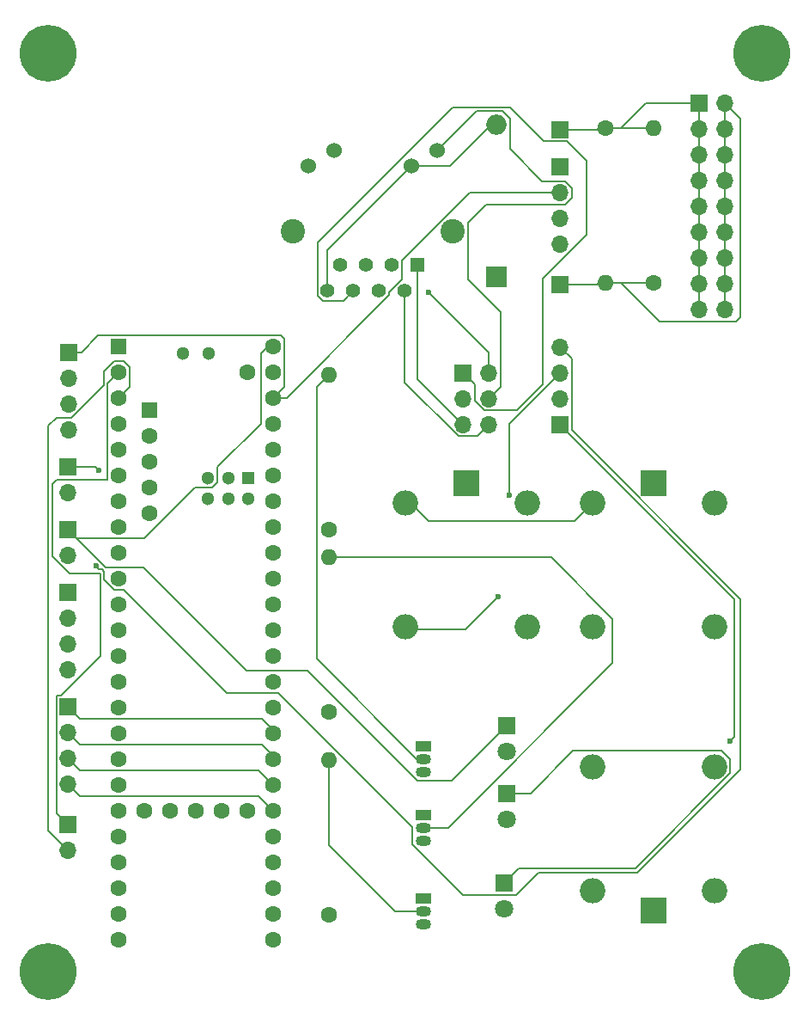
<source format=gtl>
%TF.GenerationSoftware,KiCad,Pcbnew,8.0.1*%
%TF.CreationDate,2024-05-05T15:44:52-04:00*%
%TF.ProjectId,Main,4d61696e-2e6b-4696-9361-645f70636258,0*%
%TF.SameCoordinates,Original*%
%TF.FileFunction,Copper,L1,Top*%
%TF.FilePolarity,Positive*%
%FSLAX46Y46*%
G04 Gerber Fmt 4.6, Leading zero omitted, Abs format (unit mm)*
G04 Created by KiCad (PCBNEW 8.0.1) date 2024-05-05 15:44:52*
%MOMM*%
%LPD*%
G01*
G04 APERTURE LIST*
%TA.AperFunction,ComponentPad*%
%ADD10R,1.700000X1.700000*%
%TD*%
%TA.AperFunction,ComponentPad*%
%ADD11O,1.700000X1.700000*%
%TD*%
%TA.AperFunction,ComponentPad*%
%ADD12C,1.600000*%
%TD*%
%TA.AperFunction,ComponentPad*%
%ADD13O,1.600000X1.600000*%
%TD*%
%TA.AperFunction,ComponentPad*%
%ADD14R,1.500000X1.050000*%
%TD*%
%TA.AperFunction,ComponentPad*%
%ADD15O,1.500000X1.050000*%
%TD*%
%TA.AperFunction,ComponentPad*%
%ADD16C,5.600000*%
%TD*%
%TA.AperFunction,ComponentPad*%
%ADD17R,1.800000X1.800000*%
%TD*%
%TA.AperFunction,ComponentPad*%
%ADD18C,1.800000*%
%TD*%
%TA.AperFunction,ComponentPad*%
%ADD19R,2.500000X2.500000*%
%TD*%
%TA.AperFunction,ComponentPad*%
%ADD20O,2.500000X2.500000*%
%TD*%
%TA.AperFunction,ComponentPad*%
%ADD21R,1.600000X1.600000*%
%TD*%
%TA.AperFunction,ComponentPad*%
%ADD22R,1.300000X1.300000*%
%TD*%
%TA.AperFunction,ComponentPad*%
%ADD23C,1.300000*%
%TD*%
%TA.AperFunction,ComponentPad*%
%ADD24R,2.000000X2.000000*%
%TD*%
%TA.AperFunction,ComponentPad*%
%ADD25O,2.000000X2.000000*%
%TD*%
%TA.AperFunction,ComponentPad*%
%ADD26R,1.398000X1.398000*%
%TD*%
%TA.AperFunction,ComponentPad*%
%ADD27C,1.398000*%
%TD*%
%TA.AperFunction,ComponentPad*%
%ADD28C,1.530000*%
%TD*%
%TA.AperFunction,ComponentPad*%
%ADD29C,2.400000*%
%TD*%
%TA.AperFunction,ViaPad*%
%ADD30C,0.600000*%
%TD*%
%TA.AperFunction,Conductor*%
%ADD31C,0.200000*%
%TD*%
G04 APERTURE END LIST*
D10*
X96774000Y-74930000D03*
D11*
X96774000Y-77470000D03*
X96774000Y-80010000D03*
X96774000Y-82550000D03*
D12*
X122500000Y-92370000D03*
D13*
X122500000Y-77130000D03*
D10*
X158960000Y-50430000D03*
D11*
X161500000Y-50430000D03*
X158960000Y-52970000D03*
X161500000Y-52970000D03*
X158960000Y-55510000D03*
X161500000Y-55510000D03*
X158960000Y-58050000D03*
X161500000Y-58050000D03*
X158960000Y-60590000D03*
X161500000Y-60590000D03*
X158960000Y-63130000D03*
X161500000Y-63130000D03*
X158960000Y-65670000D03*
X161500000Y-65670000D03*
X158960000Y-68210000D03*
X161500000Y-68210000D03*
X158960000Y-70750000D03*
X161500000Y-70750000D03*
D12*
X122500000Y-130370000D03*
D13*
X122500000Y-115130000D03*
D12*
X154500000Y-68120000D03*
D13*
X154500000Y-52880000D03*
D10*
X96750000Y-109870000D03*
D11*
X96750000Y-112410000D03*
X96750000Y-114950000D03*
X96750000Y-117490000D03*
D14*
X131750000Y-120500000D03*
D15*
X131750000Y-121770000D03*
X131750000Y-123040000D03*
D10*
X145250000Y-56700000D03*
D11*
X145250000Y-59240000D03*
X145250000Y-61780000D03*
X145250000Y-64320000D03*
D14*
X131750000Y-128750000D03*
D15*
X131750000Y-130020000D03*
X131750000Y-131290000D03*
D10*
X145250000Y-53000000D03*
D12*
X149750000Y-52880000D03*
D13*
X149750000Y-68120000D03*
D14*
X131750000Y-113750000D03*
D15*
X131750000Y-115020000D03*
X131750000Y-116290000D03*
D10*
X145250000Y-68250000D03*
D16*
X94742000Y-135890000D03*
D17*
X140000000Y-111725000D03*
D18*
X140000000Y-114265000D03*
D10*
X96750000Y-98630000D03*
D11*
X96750000Y-101170000D03*
X96750000Y-103710000D03*
X96750000Y-106250000D03*
D10*
X145250000Y-82040000D03*
D11*
X145250000Y-79500000D03*
X145250000Y-76960000D03*
X145250000Y-74420000D03*
D17*
X139750000Y-127170000D03*
D18*
X139750000Y-129710000D03*
D17*
X140000000Y-118420000D03*
D18*
X140000000Y-120960000D03*
D10*
X96750000Y-86210000D03*
D11*
X96750000Y-88750000D03*
D16*
X165100000Y-45466000D03*
D19*
X154500000Y-129950000D03*
D20*
X160500000Y-127950000D03*
X160500000Y-115750000D03*
X148500000Y-115750000D03*
X148500000Y-127950000D03*
D19*
X154500000Y-87800000D03*
D20*
X148500000Y-89800000D03*
X148500000Y-102000000D03*
X160500000Y-102000000D03*
X160500000Y-89800000D03*
D21*
X101750000Y-74360000D03*
D12*
X101750000Y-76900000D03*
X101750000Y-79440000D03*
X101750000Y-81980000D03*
X101750000Y-84520000D03*
X101750000Y-87060000D03*
X101750000Y-89600000D03*
X101750000Y-92140000D03*
X101750000Y-94680000D03*
X101750000Y-97220000D03*
X101750000Y-99760000D03*
X101750000Y-102300000D03*
X101750000Y-104840000D03*
X101750000Y-107380000D03*
X101750000Y-109920000D03*
X101750000Y-112460000D03*
X101750000Y-115000000D03*
X101750000Y-117540000D03*
X101750000Y-120080000D03*
X101750000Y-122620000D03*
X101750000Y-125160000D03*
X101750000Y-127700000D03*
X101750000Y-130240000D03*
X101750000Y-132780000D03*
X116990000Y-132780000D03*
X116990000Y-130240000D03*
X116990000Y-127700000D03*
X116990000Y-125160000D03*
X116990000Y-122620000D03*
X116990000Y-120080000D03*
X116990000Y-117540000D03*
X116990000Y-115000000D03*
X116990000Y-112460000D03*
X116990000Y-109920000D03*
X116990000Y-107380000D03*
X116990000Y-104840000D03*
X116990000Y-102300000D03*
X116990000Y-99760000D03*
X116990000Y-97220000D03*
X116990000Y-94680000D03*
X116990000Y-92140000D03*
X116990000Y-89600000D03*
X116990000Y-87060000D03*
X116990000Y-84520000D03*
X116990000Y-81980000D03*
X116990000Y-79440000D03*
X116990000Y-76900000D03*
X116990000Y-74360000D03*
X114450000Y-76900000D03*
X104290000Y-120080000D03*
X106830000Y-120080000D03*
X109370000Y-120080000D03*
X111910000Y-120080000D03*
X114450000Y-120080000D03*
D21*
X104800800Y-80659200D03*
D12*
X104800800Y-83199200D03*
X104800800Y-85739200D03*
X104800800Y-88279200D03*
X104800800Y-90819200D03*
D22*
X114551600Y-87330000D03*
D23*
X112551600Y-87330000D03*
X110551600Y-87330000D03*
X110551600Y-89330000D03*
X112551600Y-89330000D03*
X114551600Y-89330000D03*
X110640000Y-75090000D03*
X108100000Y-75090000D03*
D10*
X96750000Y-92380000D03*
D11*
X96750000Y-94920000D03*
D19*
X136000000Y-87800000D03*
D20*
X130000000Y-89800000D03*
X130000000Y-102000000D03*
X142000000Y-102000000D03*
X142000000Y-89800000D03*
D24*
X138992500Y-67500000D03*
D25*
X138992500Y-52500000D03*
D12*
X122500000Y-110370000D03*
D13*
X122500000Y-95130000D03*
D16*
X165100000Y-135890000D03*
D10*
X135710000Y-76960000D03*
D11*
X138250000Y-76960000D03*
X135710000Y-79500000D03*
X138250000Y-79500000D03*
X135710000Y-82040000D03*
X138250000Y-82040000D03*
D16*
X94742000Y-45466000D03*
D26*
X131230000Y-66350000D03*
D27*
X129960000Y-68890000D03*
X128690000Y-66350000D03*
X127420000Y-68890000D03*
X126150000Y-66350000D03*
X124880000Y-68890000D03*
X123610000Y-66350000D03*
X122340000Y-68890000D03*
D28*
X133110000Y-55100000D03*
X130595000Y-56620000D03*
X122975000Y-55100000D03*
X120460000Y-56620000D03*
D29*
X118910000Y-63050000D03*
X134660000Y-63050000D03*
D10*
X96750000Y-121475000D03*
D11*
X96750000Y-124015000D03*
D30*
X162000000Y-113250000D03*
X139150000Y-99000000D03*
X140250000Y-89000000D03*
X132250000Y-69000000D03*
X99500000Y-96000000D03*
X99799265Y-86549265D03*
D31*
X98062919Y-74930000D02*
X99732919Y-73260000D01*
X96774000Y-74930000D02*
X98062919Y-74930000D01*
X116870000Y-73925000D02*
X115770000Y-75025000D01*
X148500000Y-89800000D02*
X146700000Y-91600000D01*
X142330000Y-118420000D02*
X146550000Y-114200000D01*
X114334365Y-106280000D02*
X120348274Y-106280000D01*
X132300000Y-91600000D02*
X130500000Y-89800000D01*
X104174365Y-96120000D02*
X114334365Y-106280000D01*
X109220000Y-88280000D02*
X104260000Y-93240000D01*
X152692032Y-125750000D02*
X162050000Y-116392032D01*
X110945103Y-88280000D02*
X109220000Y-88280000D01*
X131183274Y-117115000D02*
X134610000Y-117115000D01*
X146700000Y-91600000D02*
X132300000Y-91600000D01*
X161200000Y-114200000D02*
X146550000Y-114200000D01*
X162050000Y-116392032D02*
X162050000Y-115050000D01*
X115770000Y-75025000D02*
X115770000Y-82000635D01*
X162050000Y-115050000D02*
X161200000Y-114200000D01*
X96750000Y-92380000D02*
X100490000Y-96120000D01*
X104260000Y-93240000D02*
X97610000Y-93240000D01*
X134610000Y-117115000D02*
X140000000Y-111725000D01*
X140000000Y-118420000D02*
X142330000Y-118420000D01*
X111501600Y-86269035D02*
X111501600Y-87723503D01*
X97610000Y-93240000D02*
X96750000Y-92380000D01*
X141200000Y-125750000D02*
X152692032Y-125750000D01*
X100490000Y-96120000D02*
X104174365Y-96120000D01*
X111501600Y-87723503D02*
X110945103Y-88280000D01*
X120348274Y-106280000D02*
X131183274Y-117115000D01*
X141200000Y-125750000D02*
X140000000Y-126950000D01*
X130500000Y-89800000D02*
X130000000Y-89800000D01*
X115770000Y-82000635D02*
X111501600Y-86269035D01*
X162450000Y-99240000D02*
X162450000Y-112800000D01*
X162450000Y-112800000D02*
X162000000Y-113250000D01*
X145250000Y-82040000D02*
X162450000Y-99240000D01*
X134372500Y-56620000D02*
X130595000Y-56620000D01*
X130595000Y-56620000D02*
X122340000Y-64875000D01*
X138492500Y-52500000D02*
X134372500Y-56620000D01*
X122340000Y-64875000D02*
X122340000Y-68890000D01*
X130000000Y-102000000D02*
X130250000Y-102250000D01*
X130250000Y-102250000D02*
X135900000Y-102250000D01*
X135900000Y-102250000D02*
X139150000Y-99000000D01*
X140250000Y-89000000D02*
X140250000Y-81960000D01*
X140250000Y-81960000D02*
X145250000Y-76960000D01*
X122500000Y-115130000D02*
X122500000Y-123517286D01*
X122500000Y-123517286D02*
X129002714Y-130020000D01*
X129002714Y-130020000D02*
X131750000Y-130020000D01*
X122500000Y-95130000D02*
X144387717Y-95130000D01*
X150450000Y-105512057D02*
X134212057Y-121750000D01*
X144387717Y-95130000D02*
X150450000Y-101192283D01*
X131770000Y-121750000D02*
X134212057Y-121750000D01*
X131750000Y-121770000D02*
X131770000Y-121750000D01*
X150450000Y-101192283D02*
X150450000Y-105512057D01*
X131750000Y-115020000D02*
X131145000Y-115020000D01*
X131145000Y-115020000D02*
X121250000Y-105125000D01*
X121250000Y-78380000D02*
X122500000Y-77130000D01*
X121250000Y-105125000D02*
X121250000Y-78380000D01*
X100650000Y-78000000D02*
X101750000Y-76900000D01*
X96889340Y-96685686D02*
X95200000Y-94996346D01*
X95600000Y-108720000D02*
X96030000Y-108720000D01*
X95600000Y-120325000D02*
X95600000Y-108720000D01*
X96750000Y-121475000D02*
X95600000Y-120325000D01*
X95200000Y-87945000D02*
X95629365Y-87515635D01*
X95629365Y-87515635D02*
X100650000Y-87515635D01*
X99924314Y-96685686D02*
X96889340Y-96685686D01*
X95200000Y-94996346D02*
X95200000Y-87945000D01*
X100650000Y-87515635D02*
X100650000Y-78000000D01*
X99924314Y-104825686D02*
X99924314Y-96685686D01*
X96030000Y-108720000D02*
X99924314Y-104825686D01*
X117760000Y-73260000D02*
X118090000Y-73590000D01*
X118090000Y-73590000D02*
X118090000Y-78340000D01*
X118090000Y-78340000D02*
X116990000Y-79440000D01*
X118282800Y-79440000D02*
X116990000Y-79440000D01*
X128419000Y-69000000D02*
X128419000Y-69303800D01*
X145250000Y-59240000D02*
X136342000Y-59240000D01*
X136342000Y-59240000D02*
X129689000Y-65893000D01*
X129689000Y-67730000D02*
X128419000Y-69000000D01*
X129689000Y-65893000D02*
X129689000Y-67730000D01*
X128419000Y-69303800D02*
X118282800Y-79440000D01*
X99732919Y-73260000D02*
X117760000Y-73260000D01*
X138250000Y-75000000D02*
X138250000Y-76960000D01*
X132250000Y-69000000D02*
X138250000Y-75000000D01*
X138250000Y-82040000D02*
X137100000Y-83190000D01*
X137100000Y-83190000D02*
X135233654Y-83190000D01*
X135233654Y-83190000D02*
X129960000Y-77916346D01*
X129960000Y-77916346D02*
X129960000Y-68890000D01*
X143534314Y-67665686D02*
X147850000Y-63350000D01*
X121341000Y-64159000D02*
X121341000Y-69341000D01*
X121341000Y-69341000D02*
X121889000Y-69889000D01*
X145950000Y-54150000D02*
X147850000Y-56050000D01*
X121889000Y-69889000D02*
X123881000Y-69889000D01*
X143534314Y-78110000D02*
X143534314Y-67665686D01*
X140300000Y-50800000D02*
X134700000Y-50800000D01*
X136860000Y-78110000D02*
X136860000Y-79736346D01*
X145950000Y-54150000D02*
X143650000Y-54150000D01*
X123881000Y-69889000D02*
X124880000Y-68890000D01*
X134700000Y-50800000D02*
X121341000Y-64159000D01*
X135710000Y-76960000D02*
X136860000Y-78110000D01*
X147850000Y-56050000D02*
X147850000Y-63350000D01*
X140994314Y-80650000D02*
X143534314Y-78110000D01*
X143650000Y-54150000D02*
X140300000Y-50800000D01*
X137773654Y-80650000D02*
X140994314Y-80650000D01*
X136860000Y-79736346D02*
X137773654Y-80650000D01*
X145726346Y-60390000D02*
X137930000Y-60390000D01*
X137930000Y-60390000D02*
X136160000Y-62160000D01*
X140292500Y-51961522D02*
X140292500Y-54887500D01*
X139400000Y-71007500D02*
X139400000Y-78350000D01*
X139400000Y-78350000D02*
X138250000Y-79500000D01*
X140292500Y-54887500D02*
X143495000Y-58090000D01*
X143495000Y-58090000D02*
X145726346Y-58090000D01*
X146400000Y-58763654D02*
X146400000Y-59716346D01*
X146400000Y-59716346D02*
X145726346Y-60390000D01*
X136160000Y-67767500D02*
X139400000Y-71007500D01*
X136160000Y-62160000D02*
X136160000Y-67767500D01*
X133110000Y-55100000D02*
X137010000Y-51200000D01*
X137010000Y-51200000D02*
X139530978Y-51200000D01*
X145726346Y-58090000D02*
X146400000Y-58763654D01*
X139530978Y-51200000D02*
X140292500Y-51961522D01*
X135710000Y-82040000D02*
X131230000Y-77560000D01*
X131230000Y-77560000D02*
X131230000Y-66350000D01*
X102850000Y-78340000D02*
X101750000Y-79440000D01*
X96750000Y-124015000D02*
X94800000Y-122065000D01*
X102850000Y-76444365D02*
X102850000Y-78340000D01*
X100250000Y-78165686D02*
X100250000Y-76844365D01*
X95600000Y-81375000D02*
X97040686Y-81375000D01*
X94800000Y-82175000D02*
X95600000Y-81375000D01*
X94800000Y-122065000D02*
X94800000Y-82175000D01*
X100250000Y-76844365D02*
X101294365Y-75800000D01*
X102205635Y-75800000D02*
X102850000Y-76444365D01*
X97040686Y-81375000D02*
X100250000Y-78165686D01*
X101294365Y-75800000D02*
X102205635Y-75800000D01*
X112365635Y-108480000D02*
X102205635Y-98320000D01*
X102205635Y-98320000D02*
X101294365Y-98320000D01*
X101294365Y-98320000D02*
X100324314Y-97349949D01*
X100324314Y-97349949D02*
X100324314Y-96520000D01*
X146400000Y-82624314D02*
X163000000Y-99224314D01*
X140950000Y-128370000D02*
X135688274Y-128370000D01*
X163000000Y-99224314D02*
X163000000Y-116007718D01*
X99785686Y-96285686D02*
X100089999Y-96285686D01*
X163000000Y-116007718D02*
X152857717Y-126150000D01*
X130700000Y-121734365D02*
X117445635Y-108480000D01*
X99460000Y-86210000D02*
X99799265Y-86549265D01*
X152857717Y-126150000D02*
X143170000Y-126150000D01*
X117445635Y-108480000D02*
X112365635Y-108480000D01*
X143170000Y-126150000D02*
X140950000Y-128370000D01*
X146400000Y-75570000D02*
X146400000Y-82624314D01*
X96750000Y-86210000D02*
X99460000Y-86210000D01*
X135688274Y-128370000D02*
X130700000Y-123381726D01*
X100089999Y-96285686D02*
X100324314Y-96520000D01*
X99500000Y-96000000D02*
X99785686Y-96285686D01*
X130700000Y-123381726D02*
X130700000Y-121734365D01*
X145250000Y-74420000D02*
X146400000Y-75570000D01*
X116870000Y-114565000D02*
X115865000Y-113560000D01*
X115865000Y-113560000D02*
X97900000Y-113560000D01*
X97900000Y-113560000D02*
X96750000Y-112410000D01*
X97900000Y-118640000D02*
X115550000Y-118640000D01*
X115550000Y-118640000D02*
X116990000Y-120080000D01*
X96750000Y-117490000D02*
X97900000Y-118640000D01*
X115550000Y-116100000D02*
X116990000Y-117540000D01*
X97900000Y-116100000D02*
X115550000Y-116100000D01*
X97900000Y-116100000D02*
X96750000Y-114950000D01*
X97900000Y-111020000D02*
X115865000Y-111020000D01*
X96750000Y-109870000D02*
X97900000Y-111020000D01*
X115865000Y-111020000D02*
X116870000Y-112025000D01*
X151250000Y-68120000D02*
X154500000Y-68120000D01*
X155030000Y-71900000D02*
X162600000Y-71900000D01*
X162600000Y-71900000D02*
X163000000Y-71500000D01*
X163000000Y-71500000D02*
X163000000Y-51930000D01*
X148870000Y-68250000D02*
X149000000Y-68120000D01*
X145250000Y-68250000D02*
X148870000Y-68250000D01*
X163000000Y-51930000D02*
X161500000Y-50430000D01*
X151250000Y-68120000D02*
X155030000Y-71900000D01*
X161500000Y-70750000D02*
X161500000Y-50430000D01*
X149000000Y-68120000D02*
X151250000Y-68120000D01*
X149000000Y-52880000D02*
X151250000Y-52880000D01*
X153700000Y-50430000D02*
X158960000Y-50430000D01*
X148880000Y-53000000D02*
X149000000Y-52880000D01*
X151250000Y-52880000D02*
X154500000Y-52880000D01*
X151250000Y-52880000D02*
X153700000Y-50430000D01*
X158960000Y-52970000D02*
X158960000Y-70750000D01*
X158960000Y-52970000D02*
X158960000Y-50430000D01*
X145000000Y-53000000D02*
X148880000Y-53000000D01*
M02*

</source>
